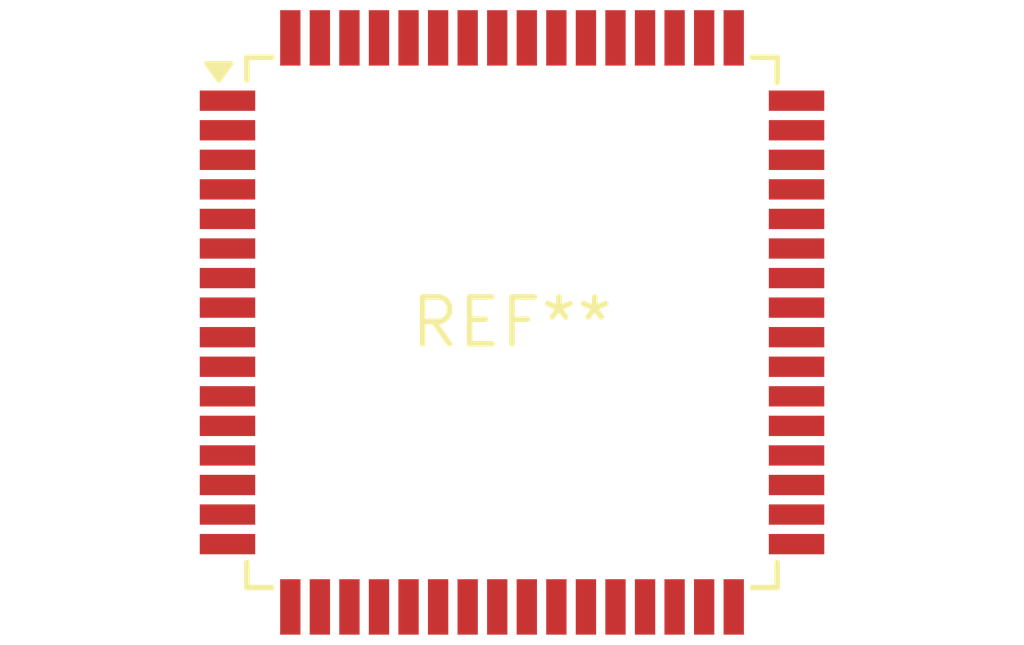
<source format=kicad_pcb>
(kicad_pcb (version 20240108) (generator pcbnew)
  (layers (0 "F.Cu" signal) (31 "B.Cu" signal) (34 "B.Paste" user) (35 "F.Paste" user) (36 "B.SilkS" user "B.Silkscreen") (37 "F.SilkS" user "F.Silkscreen") (38 "B.Mask" user) (39 "F.Mask" user) (44 "Edge.Cuts" user))
  (net 0 "")
  (footprint "TQFP-64_14x14mm_P0.8mm" (layer "F.Cu") (at 0 0)
    (property "Reference" "REF**")
    (property "Value" "TQFP-64_14x14mm_P0.8mm")
    (fp_line (start -7.175 -7.175) (end -7.175 -6.56) (layer "F.SilkS") (stroke (width 0.15)))
    (fp_line (start -7.175 -7.175) (end -6.5 -7.175) (layer "F.SilkS") (stroke (width 0.15)))
    (fp_line (start -7.175 7.175) (end -7.175 6.5) (layer "F.SilkS") (stroke (width 0.15)))
    (fp_line (start -7.175 7.175) (end -6.5 7.175) (layer "F.SilkS") (stroke (width 0.15)))
    (fp_line (start 7.175 -7.175) (end 6.5 -7.175) (layer "F.SilkS") (stroke (width 0.15)))
    (fp_line (start 7.175 -7.175) (end 7.175 -6.5) (layer "F.SilkS") (stroke (width 0.15)))
    (fp_line (start 7.175 7.175) (end 6.5 7.175) (layer "F.SilkS") (stroke (width 0.15)))
    (fp_line (start 7.175 7.175) (end 7.175 6.5) (layer "F.SilkS") (stroke (width 0.15)))
    (fp_poly (pts (xy -7.934636 -6.541114) (xy -8.274636 -7.011114) (xy -7.594636 -7.011114) (xy -7.934636 -6.541114)) (layer "F.SilkS") (stroke (width 0.12)) (fill solid))
    (pad "1" smd rect (at -7.7 -6) (size 1.5 0.55) (layers "F.Cu" "F.Paste" "F.Mask"))
    (pad "2" smd rect (at -7.7 -5.2) (size 1.5 0.55) (layers "F.Cu" "F.Paste" "F.Mask"))
    (pad "3" smd rect (at -7.7 -4.4) (size 1.5 0.55) (layers "F.Cu" "F.Paste" "F.Mask"))
    (pad "4" smd rect (at -7.7 -3.6) (size 1.5 0.55) (layers "F.Cu" "F.Paste" "F.Mask"))
    (pad "5" smd rect (at -7.7 -2.8) (size 1.5 0.55) (layers "F.Cu" "F.Paste" "F.Mask"))
    (pad "6" smd rect (at -7.7 -2) (size 1.5 0.55) (layers "F.Cu" "F.Paste" "F.Mask"))
    (pad "7" smd rect (at -7.7 -1.2) (size 1.5 0.55) (layers "F.Cu" "F.Paste" "F.Mask"))
    (pad "8" smd rect (at -7.7 -0.4) (size 1.5 0.55) (layers "F.Cu" "F.Paste" "F.Mask"))
    (pad "9" smd rect (at -7.7 0.4) (size 1.5 0.55) (layers "F.Cu" "F.Paste" "F.Mask"))
    (pad "10" smd rect (at -7.7 1.2) (size 1.5 0.55) (layers "F.Cu" "F.Paste" "F.Mask"))
    (pad "11" smd rect (at -7.7 2) (size 1.5 0.55) (layers "F.Cu" "F.Paste" "F.Mask"))
    (pad "12" smd rect (at -7.7 2.8) (size 1.5 0.55) (layers "F.Cu" "F.Paste" "F.Mask"))
    (pad "13" smd rect (at -7.7 3.6) (size 1.5 0.55) (layers "F.Cu" "F.Paste" "F.Mask"))
    (pad "14" smd rect (at -7.7 4.4) (size 1.5 0.55) (layers "F.Cu" "F.Paste" "F.Mask"))
    (pad "15" smd rect (at -7.7 5.2) (size 1.5 0.55) (layers "F.Cu" "F.Paste" "F.Mask"))
    (pad "16" smd rect (at -7.7 6) (size 1.5 0.55) (layers "F.Cu" "F.Paste" "F.Mask"))
    (pad "17" smd rect (at -6 7.7 90) (size 1.5 0.55) (layers "F.Cu" "F.Paste" "F.Mask"))
    (pad "18" smd rect (at -5.2 7.7 90) (size 1.5 0.55) (layers "F.Cu" "F.Paste" "F.Mask"))
    (pad "19" smd rect (at -4.4 7.7 90) (size 1.5 0.55) (layers "F.Cu" "F.Paste" "F.Mask"))
    (pad "20" smd rect (at -3.6 7.7 90) (size 1.5 0.55) (layers "F.Cu" "F.Paste" "F.Mask"))
    (pad "21" smd rect (at -2.8 7.7 90) (size 1.5 0.55) (layers "F.Cu" "F.Paste" "F.Mask"))
    (pad "22" smd rect (at -2 7.7 90) (size 1.5 0.55) (layers "F.Cu" "F.Paste" "F.Mask"))
    (pad "23" smd rect (at -1.2 7.7 90) (size 1.5 0.55) (layers "F.Cu" "F.Paste" "F.Mask"))
    (pad "24" smd rect (at -0.4 7.7 90) (size 1.5 0.55) (layers "F.Cu" "F.Paste" "F.Mask"))
    (pad "25" smd rect (at 0.4 7.7 90) (size 1.5 0.55) (layers "F.Cu" "F.Paste" "F.Mask"))
    (pad "26" smd rect (at 1.2 7.7 90) (size 1.5 0.55) (layers "F.Cu" "F.Paste" "F.Mask"))
    (pad "27" smd rect (at 2 7.7 90) (size 1.5 0.55) (layers "F.Cu" "F.Paste" "F.Mask"))
    (pad "28" smd rect (at 2.8 7.7 90) (size 1.5 0.55) (layers "F.Cu" "F.Paste" "F.Mask"))
    (pad "29" smd rect (at 3.6 7.7 90) (size 1.5 0.55) (layers "F.Cu" "F.Paste" "F.Mask"))
    (pad "30" smd rect (at 4.4 7.7 90) (size 1.5 0.55) (layers "F.Cu" "F.Paste" "F.Mask"))
    (pad "31" smd rect (at 5.2 7.7 90) (size 1.5 0.55) (layers "F.Cu" "F.Paste" "F.Mask"))
    (pad "32" smd rect (at 6 7.7 90) (size 1.5 0.55) (layers "F.Cu" "F.Paste" "F.Mask"))
    (pad "33" smd rect (at 7.7 6) (size 1.5 0.55) (layers "F.Cu" "F.Paste" "F.Mask"))
    (pad "34" smd rect (at 7.7 5.2) (size 1.5 0.55) (layers "F.Cu" "F.Paste" "F.Mask"))
    (pad "35" smd rect (at 7.7 4.4) (size 1.5 0.55) (layers "F.Cu" "F.Paste" "F.Mask"))
    (pad "36" smd rect (at 7.7 3.6) (size 1.5 0.55) (layers "F.Cu" "F.Paste" "F.Mask"))
    (pad "37" smd rect (at 7.7 2.8) (size 1.5 0.55) (layers "F.Cu" "F.Paste" "F.Mask"))
    (pad "38" smd rect (at 7.7 2) (size 1.5 0.55) (layers "F.Cu" "F.Paste" "F.Mask"))
    (pad "39" smd rect (at 7.7 1.2) (size 1.5 0.55) (layers "F.Cu" "F.Paste" "F.Mask"))
    (pad "40" smd rect (at 7.7 0.4) (size 1.5 0.55) (layers "F.Cu" "F.Paste" "F.Mask"))
    (pad "41" smd rect (at 7.7 -0.4) (size 1.5 0.55) (layers "F.Cu" "F.Paste" "F.Mask"))
    (pad "42" smd rect (at 7.7 -1.2) (size 1.5 0.55) (layers "F.Cu" "F.Paste" "F.Mask"))
    (pad "43" smd rect (at 7.7 -2) (size 1.5 0.55) (layers "F.Cu" "F.Paste" "F.Mask"))
    (pad "44" smd rect (at 7.7 -2.8) (size 1.5 0.55) (layers "F.Cu" "F.Paste" "F.Mask"))
    (pad "45" smd rect (at 7.7 -3.6) (size 1.5 0.55) (layers "F.Cu" "F.Paste" "F.Mask"))
    (pad "46" smd rect (at 7.7 -4.4) (size 1.5 0.55) (layers "F.Cu" "F.Paste" "F.Mask"))
    (pad "47" smd rect (at 7.7 -5.2) (size 1.5 0.55) (layers "F.Cu" "F.Paste" "F.Mask"))
    (pad "48" smd rect (at 7.7 -6) (size 1.5 0.55) (layers "F.Cu" "F.Paste" "F.Mask"))
    (pad "49" smd rect (at 6 -7.7 90) (size 1.5 0.55) (layers "F.Cu" "F.Paste" "F.Mask"))
    (pad "50" smd rect (at 5.2 -7.7 90) (size 1.5 0.55) (layers "F.Cu" "F.Paste" "F.Mask"))
    (pad "51" smd rect (at 4.4 -7.7 90) (size 1.5 0.55) (layers "F.Cu" "F.Paste" "F.Mask"))
    (pad "52" smd rect (at 3.6 -7.7 90) (size 1.5 0.55) (layers "F.Cu" "F.Paste" "F.Mask"))
    (pad "53" smd rect (at 2.8 -7.7 90) (size 1.5 0.55) (layers "F.Cu" "F.Paste" "F.Mask"))
    (pad "54" smd rect (at 2 -7.7 90) (size 1.5 0.55) (layers "F.Cu" "F.Paste" "F.Mask"))
    (pad "55" smd rect (at 1.2 -7.7 90) (size 1.5 0.55) (layers "F.Cu" "F.Paste" "F.Mask"))
    (pad "56" smd rect (at 0.4 -7.7 90) (size 1.5 0.55) (layers "F.Cu" "F.Paste" "F.Mask"))
    (pad "57" smd rect (at -0.4 -7.7 90) (size 1.5 0.55) (layers "F.Cu" "F.Paste" "F.Mask"))
    (pad "58" smd rect (at -1.2 -7.7 90) (size 1.5 0.55) (layers "F.Cu" "F.Paste" "F.Mask"))
    (pad "59" smd rect (at -2 -7.7 90) (size 1.5 0.55) (layers "F.Cu" "F.Paste" "F.Mask"))
    (pad "60" smd rect (at -2.8 -7.7 90) (size 1.5 0.55) (layers "F.Cu" "F.Paste" "F.Mask"))
    (pad "61" smd rect (at -3.6 -7.7 90) (size 1.5 0.55) (layers "F.Cu" "F.Paste" "F.Mask"))
    (pad "62" smd rect (at -4.4 -7.7 90) (size 1.5 0.55) (layers "F.Cu" "F.Paste" "F.Mask"))
    (pad "63" smd rect (at -5.2 -7.7 90) (size 1.5 0.55) (layers "F.Cu" "F.Paste" "F.Mask"))
    (pad "64" smd rect (at -6 -7.7 90) (size 1.5 0.55) (layers "F.Cu" "F.Paste" "F.Mask"))
  )
)
</source>
